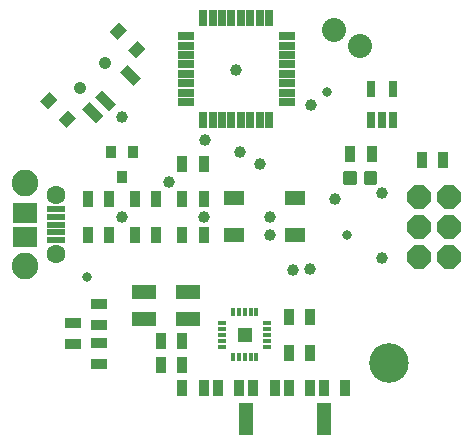
<source format=gts>
G75*
%MOIN*%
%OFA0B0*%
%FSLAX25Y25*%
%IPPOS*%
%LPD*%
%AMOC8*
5,1,8,0,0,1.08239X$1,22.5*
%
%ADD10C,0.13198*%
%ADD11R,0.05600X0.02800*%
%ADD12R,0.02800X0.05600*%
%ADD13R,0.03750X0.04143*%
%ADD14R,0.07100X0.04537*%
%ADD15R,0.03750X0.05324*%
%ADD16R,0.05324X0.03750*%
%ADD17C,0.08000*%
%ADD18R,0.02765X0.05324*%
%ADD19C,0.06309*%
%ADD20R,0.05915X0.02175*%
%ADD21R,0.08080X0.06506*%
%ADD22C,0.08868*%
%ADD23R,0.04600X0.10600*%
%ADD24R,0.04537X0.04537*%
%ADD25R,0.03159X0.01781*%
%ADD26R,0.01781X0.03159*%
%ADD27OC8,0.08000*%
%ADD28R,0.04537X0.03750*%
%ADD29R,0.03356X0.06506*%
%ADD30C,0.04143*%
%ADD31R,0.08080X0.04931*%
%ADD32C,0.01361*%
%ADD33C,0.03969*%
%ADD34C,0.03300*%
D10*
X0133487Y0034698D03*
D11*
X0099408Y0121448D03*
X0099408Y0124597D03*
X0099408Y0127747D03*
X0099408Y0130897D03*
X0099408Y0134046D03*
X0099408Y0137196D03*
X0099408Y0140345D03*
X0099408Y0143495D03*
X0065608Y0143495D03*
X0065608Y0140345D03*
X0065608Y0137196D03*
X0065608Y0134046D03*
X0065608Y0130897D03*
X0065608Y0127747D03*
X0065608Y0124597D03*
X0065608Y0121448D03*
D12*
X0071485Y0115571D03*
X0074634Y0115571D03*
X0077784Y0115571D03*
X0080933Y0115571D03*
X0084083Y0115571D03*
X0087233Y0115571D03*
X0090382Y0115571D03*
X0093532Y0115571D03*
X0093532Y0149371D03*
X0090382Y0149371D03*
X0087233Y0149371D03*
X0084083Y0149371D03*
X0080933Y0149371D03*
X0077784Y0149371D03*
X0074634Y0149371D03*
X0071485Y0149371D03*
D13*
X0048244Y0104840D03*
X0040764Y0104840D03*
X0044504Y0096573D03*
D14*
X0081685Y0089651D03*
X0081685Y0077053D03*
X0101976Y0077053D03*
X0101976Y0089651D03*
D15*
X0120534Y0104199D03*
X0127621Y0104199D03*
X0144359Y0102054D03*
X0151446Y0102054D03*
X0107102Y0049722D03*
X0100016Y0049722D03*
X0100016Y0037911D03*
X0107102Y0037911D03*
X0107102Y0026100D03*
X0111827Y0026100D03*
X0118913Y0026100D03*
X0100016Y0026100D03*
X0095291Y0026100D03*
X0088205Y0026100D03*
X0083480Y0026100D03*
X0076394Y0026100D03*
X0071669Y0026100D03*
X0064583Y0026100D03*
X0064579Y0034026D03*
X0057493Y0034026D03*
X0057484Y0041770D03*
X0064570Y0041770D03*
X0064583Y0077281D03*
X0071669Y0077281D03*
X0071669Y0089092D03*
X0064583Y0089092D03*
X0055921Y0089092D03*
X0048835Y0089092D03*
X0040173Y0089092D03*
X0033087Y0089092D03*
X0033087Y0077281D03*
X0040173Y0077281D03*
X0048835Y0077281D03*
X0055921Y0077281D03*
X0064583Y0100903D03*
X0071669Y0100903D03*
D16*
X0036836Y0034275D03*
X0036836Y0041361D03*
X0036733Y0047146D03*
X0036733Y0054233D03*
X0027998Y0047852D03*
X0027998Y0040765D03*
D17*
X0123681Y0140342D03*
X0115164Y0145582D03*
D18*
X0127378Y0125707D03*
X0134858Y0125707D03*
X0134858Y0115470D03*
X0131118Y0115470D03*
X0127378Y0115470D03*
D19*
X0022591Y0090446D03*
X0022591Y0070761D03*
D20*
X0022591Y0075485D03*
X0022591Y0078044D03*
X0022591Y0080603D03*
X0022591Y0083162D03*
X0022591Y0085722D03*
D21*
X0011961Y0084540D03*
X0011961Y0076666D03*
D22*
X0012002Y0066827D03*
X0011956Y0094398D03*
D23*
X0085839Y0015713D03*
X0111839Y0015713D03*
D24*
X0085316Y0043964D03*
D25*
X0077836Y0043964D03*
X0077836Y0041996D03*
X0077836Y0040027D03*
X0077836Y0045933D03*
X0077836Y0047901D03*
X0092796Y0047901D03*
X0092796Y0045933D03*
X0092796Y0043964D03*
X0092796Y0041996D03*
X0092796Y0040027D03*
D26*
X0089253Y0036484D03*
X0087285Y0036484D03*
X0085316Y0036484D03*
X0083348Y0036484D03*
X0081379Y0036484D03*
X0081379Y0051445D03*
X0083348Y0051445D03*
X0085316Y0051445D03*
X0087285Y0051445D03*
X0089253Y0051445D03*
D27*
X0143280Y0069964D03*
X0143280Y0079964D03*
X0143280Y0089964D03*
X0153280Y0089964D03*
X0153280Y0079964D03*
X0153280Y0069964D03*
D28*
G36*
X0046409Y0138709D02*
X0049615Y0141915D01*
X0052267Y0139263D01*
X0049061Y0136057D01*
X0046409Y0138709D01*
G37*
G36*
X0040284Y0144834D02*
X0043490Y0148040D01*
X0046142Y0145388D01*
X0042936Y0142182D01*
X0040284Y0144834D01*
G37*
G36*
X0017178Y0121728D02*
X0020384Y0124934D01*
X0023036Y0122282D01*
X0019830Y0119076D01*
X0017178Y0121728D01*
G37*
G36*
X0023302Y0115603D02*
X0026508Y0118809D01*
X0029160Y0116157D01*
X0025954Y0112951D01*
X0023302Y0115603D01*
G37*
D29*
G36*
X0031236Y0119081D02*
X0033609Y0121454D01*
X0038208Y0116855D01*
X0035835Y0114482D01*
X0031236Y0119081D01*
G37*
G36*
X0035412Y0123257D02*
X0037785Y0125630D01*
X0042384Y0121031D01*
X0040011Y0118658D01*
X0035412Y0123257D01*
G37*
G36*
X0043764Y0131608D02*
X0046137Y0133981D01*
X0050736Y0129382D01*
X0048363Y0127009D01*
X0043764Y0131608D01*
G37*
D30*
X0038898Y0134671D03*
X0030546Y0126320D03*
D31*
X0051735Y0058247D03*
X0051735Y0049192D03*
X0066302Y0049192D03*
X0066302Y0058247D03*
D32*
X0122003Y0094575D02*
X0122003Y0097751D01*
X0122003Y0094575D02*
X0118827Y0094575D01*
X0118827Y0097751D01*
X0122003Y0097751D01*
X0122003Y0095935D02*
X0118827Y0095935D01*
X0118827Y0097295D02*
X0122003Y0097295D01*
X0128909Y0097751D02*
X0128909Y0094575D01*
X0125733Y0094575D01*
X0125733Y0097751D01*
X0128909Y0097751D01*
X0128909Y0095935D02*
X0125733Y0095935D01*
X0125733Y0097295D02*
X0128909Y0097295D01*
D33*
X0131118Y0091061D03*
X0115370Y0089092D03*
X0131118Y0069407D03*
X0107068Y0065774D03*
X0101591Y0065470D03*
X0093717Y0077281D03*
X0093717Y0083187D03*
X0090350Y0100763D03*
X0083874Y0104840D03*
X0072063Y0108777D03*
X0060252Y0094998D03*
X0071642Y0083082D03*
X0044504Y0083187D03*
X0044504Y0116651D03*
X0082576Y0132296D03*
X0107496Y0120588D03*
D34*
X0112879Y0124734D03*
X0119479Y0077334D03*
X0032779Y0063234D03*
M02*

</source>
